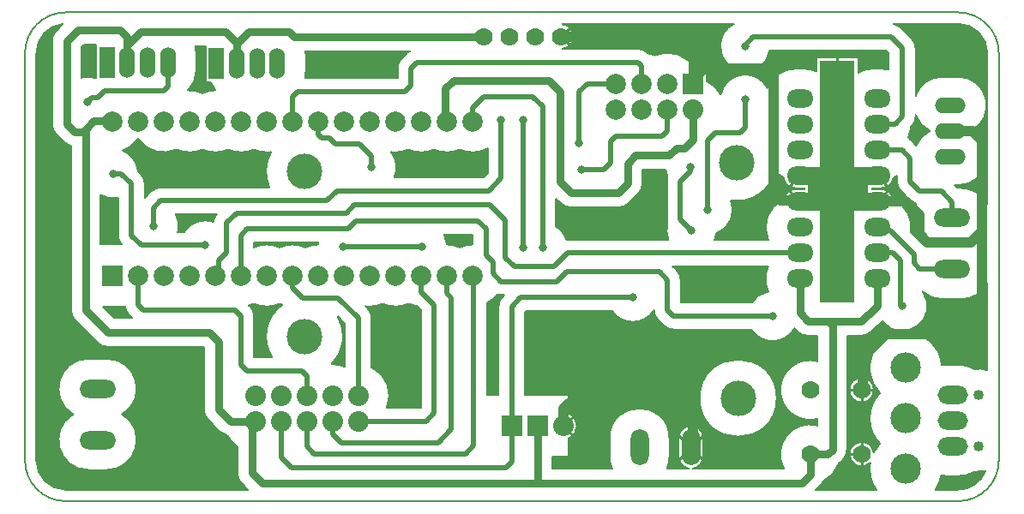
<source format=gbr>
G04 DesignSpark PCB Gerber Version 12.0 Build 5942*
%FSLAX35Y35*%
%MOIN*%
%ADD79O,0.06000X0.12000*%
%ADD28O,0.07050X0.14101*%
%ADD78R,0.06000X0.12000*%
%ADD23R,0.13780X0.94488*%
%ADD80R,0.07874X0.07874*%
%ADD10C,0.00500*%
%ADD19C,0.01000*%
%ADD20C,0.02000*%
%ADD71C,0.03000*%
%ADD21C,0.03150*%
%ADD70C,0.04000*%
%ADD73O,0.12000X0.06000*%
%ADD75O,0.14101X0.07050*%
%ADD26O,0.10400X0.07087*%
%ADD77O,0.11811X0.07087*%
%ADD22O,0.11811X0.11811*%
%ADD74C,0.07000*%
%ADD99C,0.07087*%
%ADD72C,0.07874*%
%ADD27C,0.08000*%
%ADD24C,0.13780*%
%ADD29R,0.07874X0.07874*%
%ADD76R,0.08000X0.08000*%
%ADD25R,0.23622X0.15748*%
X0Y0D02*
D02*
D10*
X26734Y205211D02*
Y46549D01*
G75*
G03*
X38045Y35238I11311J0D01*
G01*
X108952D01*
X106487Y37702D01*
G75*
G02*
X104799Y41746I3999J4044D01*
G01*
Y52006D01*
G75*
G02*
X100980Y56367I6947J9936D01*
G01*
G75*
G02*
X98057Y57944I1120J5576D01*
G01*
X93495Y62506D01*
G75*
G02*
X91807Y66549I3999J4044D01*
G01*
Y90572D01*
X91595Y90783D01*
X54581D01*
G75*
G02*
X50537Y92472I0J5687D01*
G01*
X41920Y101088D01*
G75*
G02*
X40232Y105132I3999J4044D01*
G01*
Y168900D01*
G75*
G02*
X37545Y170424I1356J5523D01*
G01*
X34440Y173529D01*
G75*
G02*
X32752Y177573I3999J4044D01*
G01*
Y209856D01*
G75*
G02*
X34440Y213900I5687J0D01*
G01*
X37015Y216475D01*
G75*
G03*
X26734Y205211I1030J-11264D01*
G01*
X41006Y64581D02*
G75*
G02*
X46982Y86230I5976J10000D01*
G01*
X54030D01*
G75*
G02*
X60006Y64581I0J-11650D01*
G01*
G75*
G02*
X54030Y42931I-5976J-10000D01*
G01*
X46982D01*
G75*
G02*
X41006Y64581I0J11650D01*
G01*
X26984D02*
G36*
X26984Y64581D02*
Y44185D01*
G75*
G03*
X35681Y35488I11061J2365D01*
G01*
X108702D01*
X106487Y37702D01*
G75*
G02*
X104799Y41746I3999J4044D01*
G01*
Y52006D01*
G75*
G02*
X100980Y56367I6944J9933D01*
G01*
G75*
G02*
X98057Y57944I1119J5574D01*
G01*
X93495Y62506D01*
G75*
G02*
X92159Y64581I3999J4044D01*
G01*
X60006D01*
G75*
G02*
X65679Y54581I-5976J-10000D01*
G01*
G75*
G02*
X54030Y42931I-11650J0D01*
G01*
X46982D01*
G75*
G02*
X35333Y54581I0J11650D01*
G01*
G75*
G02*
X41006Y64581I11650J0D01*
G01*
X26984D01*
G37*
Y207576D02*
G36*
X26984Y207576D02*
Y64581D01*
X41006D01*
G75*
G02*
X35333Y74581I5976J10000D01*
G01*
G75*
G02*
X46982Y86230I11650J0D01*
G01*
X54030D01*
G75*
G02*
X65679Y74581I0J-11650D01*
G01*
G75*
G02*
X60006Y64581I-11650J0D01*
G01*
X92159D01*
G75*
G02*
X91807Y66549I5335J1969D01*
G01*
Y90572D01*
X91595Y90783D01*
X54581D01*
G75*
G02*
X50537Y92472I0J5687D01*
G01*
X41920Y101088D01*
G75*
G02*
X40232Y105132I3999J4044D01*
G01*
Y168900D01*
G75*
G02*
X37545Y170424I1356J5522D01*
G01*
X34440Y173529D01*
G75*
G02*
X32752Y177573I3999J4044D01*
G01*
Y209856D01*
G75*
G02*
X34440Y213900I5687J0D01*
G01*
X36765Y216225D01*
X35470D01*
G75*
G03*
X26984Y207576I2575J-11015D01*
G01*
G37*
X38045Y220959D02*
X385014D01*
G75*
G02*
X400762Y205211I0J-15748D01*
G01*
Y46549D01*
G75*
G02*
X385014Y30801I-15748J0D01*
G01*
X38045D01*
G75*
G02*
X22297Y46549I0J15748D01*
G01*
Y205211D01*
G75*
G02*
X38045Y220959I15748J0D01*
G01*
X44126Y207501D02*
Y195583D01*
G75*
G02*
X49937Y195379I2580J-9349D01*
G01*
Y208500D01*
X45125D01*
X44126Y207501D01*
G36*
X44126Y207501D02*
Y195583D01*
G75*
G02*
X49937Y195379I2580J-9349D01*
G01*
Y208500D01*
X45125D01*
X44126Y207501D01*
G37*
X51606Y149937D02*
Y130648D01*
X59919D01*
G75*
G02*
X58449Y134266I3717J3618D01*
G01*
Y148770D01*
G75*
G02*
X51606Y149937I-1900J9511D01*
G01*
G36*
X51606Y149937D02*
Y130648D01*
X59919D01*
G75*
G02*
X58449Y134266I3717J3618D01*
G01*
Y148770D01*
G75*
G02*
X51606Y149937I-1900J9511D01*
G01*
G37*
X52568Y106526D02*
X56936Y102157D01*
X63999D01*
X62600Y103557D01*
G75*
G02*
X61128Y106526I3668J3668D01*
G01*
X52568D01*
G36*
X52568Y106526D02*
X56936Y102157D01*
X63999D01*
X62600Y103557D01*
G75*
G02*
X61128Y106526I3668J3668D01*
G01*
X52568D01*
G37*
X60307Y167223D02*
G75*
G02*
X66213Y159102I-3758J-8942D01*
G01*
X67284Y158032D01*
G75*
G02*
X68823Y154344I-3648J-3687D01*
G01*
Y148757D01*
X71385Y151320D01*
G75*
G02*
X75124Y152839I3668J-3668D01*
G01*
X117298D01*
G75*
G02*
X118000Y166651I13660J6230D01*
G01*
G75*
G02*
X116267Y166526I-1733J11934D01*
G01*
G75*
G02*
X111267Y167611I0J12061D01*
G01*
G75*
G02*
X101267I-5000J10976D01*
G01*
G75*
G02*
X91267I-5000J10976D01*
G01*
G75*
G02*
X81267I-5000J10976D01*
G01*
G75*
G02*
X66267Y171844I-5000J10976D01*
G01*
G75*
G02*
X60307Y167223I-10000J6743D01*
G01*
G36*
X60307Y167223D02*
G75*
G02*
X66213Y159102I-3758J-8942D01*
G01*
X67284Y158032D01*
G75*
G02*
X68823Y154344I-3648J-3687D01*
G01*
Y148757D01*
X71385Y151320D01*
G75*
G02*
X75124Y152839I3668J-3668D01*
G01*
X117298D01*
G75*
G02*
X118000Y166651I13660J6230D01*
G01*
G75*
G02*
X116267Y166526I-1733J11934D01*
G01*
G75*
G02*
X111267Y167611I0J12061D01*
G01*
G75*
G02*
X101267I-5000J10976D01*
G01*
G75*
G02*
X91267I-5000J10976D01*
G01*
G75*
G02*
X81267I-5000J10976D01*
G01*
G75*
G02*
X66267Y171844I-5000J10976D01*
G01*
G75*
G02*
X60307Y167223I-10000J6743D01*
G01*
G37*
X80806Y142465D02*
G75*
G02*
X81996Y137809I-8509J-4656D01*
G01*
G75*
G02*
X81721Y135516I-9699J1D01*
G01*
X84181D01*
G75*
G02*
X95483Y139516I8195J-5187D01*
G01*
G75*
G02*
X96792Y142465I5160J-526D01*
G01*
X80806D01*
G36*
X80806Y142465D02*
G75*
G02*
X81996Y137809I-8509J-4656D01*
G01*
G75*
G02*
X81721Y135516I-9699J1D01*
G01*
X84181D01*
G75*
G02*
X95483Y139516I8195J-5187D01*
G01*
G75*
G02*
X96792Y142465I5160J-526D01*
G01*
X80806D01*
G37*
X85580Y190628D02*
G75*
G02*
X91267Y189563I688J-12041D01*
G01*
G75*
G02*
X96267Y190648I5000J-10976D01*
G01*
G75*
G02*
X96409Y190647I4J-12049D01*
G01*
G75*
G02*
X94300Y193945I8172J7548D01*
G01*
X92457D01*
Y207713D01*
X88485D01*
G75*
G02*
X88933Y204589I-10676J-3124D01*
G01*
Y198589D01*
G75*
G02*
X85580Y190628I-11124J0D01*
G01*
G36*
X85580Y190628D02*
G75*
G02*
X91267Y189563I688J-12041D01*
G01*
G75*
G02*
X96267Y190648I5000J-10976D01*
G01*
G75*
G02*
X96409Y190647I4J-12049D01*
G01*
G75*
G02*
X94300Y193945I8172J7548D01*
G01*
X92457D01*
Y207713D01*
X88485D01*
G75*
G02*
X88933Y204589I-10676J-3124D01*
G01*
Y198589D01*
G75*
G02*
X85580Y190628I-11124J0D01*
G01*
G37*
X109337Y106923D02*
X109804Y106457D01*
G75*
G02*
X111343Y102770I-3648J-3687D01*
G01*
Y86697D01*
X118381D01*
G75*
G02*
X122334Y107185I12577J8199D01*
G01*
G75*
G02*
X121267Y107611I3929J11400D01*
G01*
G75*
G02*
X111267I-5000J10976D01*
G01*
G75*
G02*
X109337Y106923I-4999J10976D01*
G01*
G36*
X109337Y106923D02*
X109804Y106457D01*
G75*
G02*
X111343Y102770I-3648J-3687D01*
G01*
Y86697D01*
X118381D01*
G75*
G02*
X122334Y107185I12577J8199D01*
G01*
G75*
G02*
X121267Y107611I3929J11400D01*
G01*
G75*
G02*
X111267I-5000J10976D01*
G01*
G75*
G02*
X109337Y106923I-4999J10976D01*
G01*
G37*
X111343Y131441D02*
Y129597D01*
G75*
G02*
X121267Y129563I4925J-11009D01*
G01*
G75*
G02*
X131267I5000J-10976D01*
G01*
G75*
G02*
X136247Y130648I5000J-10976D01*
G01*
G75*
G02*
X136338Y131441I9672J-712D01*
G01*
X111343D01*
G36*
X111343Y131441D02*
Y129597D01*
G75*
G02*
X121267Y129563I4925J-11009D01*
G01*
G75*
G02*
X131267I5000J-10976D01*
G01*
G75*
G02*
X136247Y130648I5000J-10976D01*
G01*
G75*
G02*
X136338Y131441I9672J-712D01*
G01*
X111343D01*
G37*
X131085Y195358D02*
X167110D01*
Y199226D01*
G75*
G02*
X168649Y202914I5187J0D01*
G01*
X170972Y205237D01*
G75*
G02*
X171807Y205921I3688J-3648D01*
G01*
X131318D01*
G75*
G02*
X131453Y204195I-10989J-1726D01*
G01*
Y198195D01*
G75*
G02*
X131085Y195358I-11124J0D01*
G01*
G36*
X131085Y195358D02*
X167110D01*
Y199226D01*
G75*
G02*
X168649Y202914I5187J0D01*
G01*
X170972Y205237D01*
G75*
G02*
X171807Y205921I3688J-3648D01*
G01*
X131318D01*
G75*
G02*
X131453Y204195I-10989J-1726D01*
G01*
Y198195D01*
G75*
G02*
X131085Y195358I-11124J0D01*
G01*
G37*
X141352Y84061D02*
G75*
G02*
X146638Y83036I394J-12118D01*
G01*
Y99834D01*
X143805Y102667D01*
G75*
G02*
X141352Y84061I-12846J-7771D01*
G01*
G36*
X141352Y84061D02*
G75*
G02*
X146638Y83036I394J-12118D01*
G01*
Y99834D01*
X143805Y102667D01*
G75*
G02*
X141352Y84061I-12846J-7771D01*
G01*
G37*
X154484Y106659D02*
X155473Y105670D01*
G75*
G02*
X157012Y101982I-3648J-3687D01*
G01*
Y82864D01*
G75*
G02*
X162874Y67130I-5266J-10921D01*
G01*
X176165D01*
Y104952D01*
X174454Y106663D01*
G75*
G02*
X171267Y107611I1813J11924D01*
G01*
G75*
G02*
X161267I-5000J10976D01*
G01*
G75*
G02*
X156267Y106526I-5000J10976D01*
G01*
G75*
G02*
X154484Y106659I1J12062D01*
G01*
G36*
X154484Y106659D02*
X155473Y105670D01*
G75*
G02*
X157012Y101982I-3648J-3687D01*
G01*
Y82864D01*
G75*
G02*
X162874Y67130I-5266J-10921D01*
G01*
X176165D01*
Y104952D01*
X174454Y106663D01*
G75*
G02*
X171267Y107611I1813J11924D01*
G01*
G75*
G02*
X161267I-5000J10976D01*
G01*
G75*
G02*
X156267Y106526I-5000J10976D01*
G01*
G75*
G02*
X154484Y106659I1J12062D01*
G01*
G37*
X164560Y166647D02*
G75*
G02*
X165837Y156776I-7618J-6004D01*
G01*
X200464D01*
X202150Y158461D01*
Y168057D01*
G75*
G02*
X191267Y167611I-5882J10530D01*
G01*
G75*
G02*
X181267I-5000J10976D01*
G01*
G75*
G02*
X171267I-5000J10976D01*
G01*
G75*
G02*
X166267Y166526I-5000J10976D01*
G01*
G75*
G02*
X164560Y166647I-1J12061D01*
G01*
G36*
X164560Y166647D02*
G75*
G02*
X165837Y156776I-7618J-6004D01*
G01*
X200464D01*
X202150Y158461D01*
Y168057D01*
G75*
G02*
X191267Y167611I-5882J10530D01*
G01*
G75*
G02*
X181267I-5000J10976D01*
G01*
G75*
G02*
X171267I-5000J10976D01*
G01*
G75*
G02*
X166267Y166526I-5000J10976D01*
G01*
G75*
G02*
X164560Y166647I-1J12061D01*
G01*
G37*
X185136Y134591D02*
G75*
G02*
X186300Y130648I-8508J-4656D01*
G01*
G75*
G02*
X191267Y129563I-33J-12061D01*
G01*
G75*
G02*
X196244Y130648I5000J-10976D01*
G01*
Y134480D01*
X196133Y134591D01*
X185136D01*
G36*
X185136Y134591D02*
G75*
G02*
X186300Y130648I-8508J-4656D01*
G01*
G75*
G02*
X191267Y129563I-33J-12061D01*
G01*
G75*
G02*
X196244Y130648I5000J-10976D01*
G01*
Y134480D01*
X196133Y134591D01*
X185136D01*
G37*
X201894Y107919D02*
Y72114D01*
X206362D01*
Y106589D01*
G75*
G02*
X207901Y110276I5187J0D01*
G01*
X208594Y110969D01*
X207337D01*
G75*
G02*
X205802Y111201I0J5187D01*
G01*
G75*
G02*
X201894Y107919I-9535J7386D01*
G01*
G36*
X201894Y107919D02*
Y72114D01*
X206362D01*
Y106589D01*
G75*
G02*
X207901Y110276I5187J0D01*
G01*
X208594Y110969D01*
X207337D01*
G75*
G02*
X205802Y111201I0J5187D01*
G01*
G75*
G02*
X201894Y107919I-9535J7386D01*
G01*
G37*
X216736Y104440D02*
Y72114D01*
X233610D01*
Y64881D01*
G75*
G02*
Y55225I-2061J-4828D01*
G01*
Y47992D01*
X227236D01*
Y43496D01*
X250460D01*
G75*
G02*
X249467Y48203I10656J4707D01*
G01*
Y55250D01*
G75*
G02*
X272766I11650J0D01*
G01*
Y48203D01*
G75*
G02*
X271772Y43496I-11650J0D01*
G01*
X280308D01*
G75*
G02*
X276341Y48203I808J4707D01*
G01*
Y55250D01*
G75*
G02*
X285892I4776J0D01*
G01*
Y48203D01*
G75*
G02*
X281924Y43496I-4776J0D01*
G01*
X317232D01*
G75*
G02*
X330390Y60277I10222J5533D01*
G01*
Y62782D01*
G75*
G02*
X315831Y74030I-2935J11247D01*
G01*
G75*
G02*
X330390Y85277I11624J0D01*
G01*
Y95114D01*
X326589D01*
G75*
G02*
X322545Y96802I0J5687D01*
G01*
X321313Y98035D01*
G75*
G02*
X304653Y97583I-8464J4735D01*
G01*
X274266D01*
G75*
G02*
X270578Y99122I0J5187D01*
G01*
X268256Y101444D01*
G75*
G02*
X266717Y105069I3648J3687D01*
G01*
G75*
G02*
X250450Y104866I-8199J5181D01*
G01*
X217162D01*
X216736Y104440D01*
X284449Y70880D02*
G75*
G02*
X314476I15014J0D01*
G01*
G75*
G02*
X284449I-15014J0D01*
G01*
X227236Y47992D02*
G36*
X227236Y47992D02*
Y43746D01*
X250353D01*
G75*
G02*
X249467Y48203I10769J4458D01*
G01*
Y55250D01*
G75*
G02*
X272766I11650J0D01*
G01*
Y48203D01*
G75*
G02*
X271880Y43746I-11655J1D01*
G01*
X279400D01*
G75*
G02*
X276341Y48202I1716J4456D01*
G01*
Y48203D01*
Y55250D01*
G75*
G02*
X285892I4776J0D01*
G01*
Y48203D01*
Y48202D01*
G75*
G02*
X282832Y43746I-4775J0D01*
G01*
X317101D01*
G75*
G02*
X315831Y49030I10354J5283D01*
G01*
G75*
G02*
X330140Y60339I11624J0D01*
G01*
Y62720D01*
G75*
G02*
X316265Y70880I-2685J11309D01*
G01*
X314476D01*
G75*
G02*
X284449I-15014J0D01*
G01*
X233610D01*
Y64881D01*
G75*
G02*
X236799Y60053I-2061J-4828D01*
G01*
G75*
G02*
X233610Y55225I-5250J0D01*
G01*
Y47992D01*
X227236D01*
G37*
X216986Y104690D02*
G36*
X216986Y104690D02*
Y72114D01*
X233610D01*
Y70880D01*
X284449D01*
G75*
G02*
X314476I15014J0D01*
G01*
X316265D01*
G75*
G02*
X315831Y74030I11189J3149D01*
G01*
G75*
G02*
X330140Y85339I11624J0D01*
G01*
Y95114D01*
X326589D01*
G75*
G02*
X322545Y96802I0J5687D01*
G01*
X321313Y98035D01*
G75*
G02*
X304653Y97583I-8464J4735D01*
G01*
X274266D01*
G75*
G02*
X270578Y99122I2J5190D01*
G01*
X268256Y101444D01*
G75*
G02*
X266726Y104819I3646J3687D01*
G01*
X266554D01*
G75*
G02*
X250482I-8036J5431D01*
G01*
X217115D01*
X216986Y104690D01*
G37*
X228665Y148595D02*
Y137737D01*
G75*
G02*
X232700Y132546I-5187J-8195D01*
G01*
G75*
G02*
X233124Y132563I424J-5172D01*
G01*
X272375D01*
G75*
G02*
X272066Y139033I8976J3671D01*
G01*
G75*
G02*
X271835Y140565I4956J1532D01*
G01*
Y155132D01*
G75*
G02*
X272085Y156726I5187J0D01*
G01*
G75*
G02*
X271307Y159681I8874J3917D01*
G01*
X262236D01*
Y154344D01*
G75*
G02*
X260548Y150301I-5687J0D01*
G01*
X257050Y146802D01*
G75*
G02*
X253006Y145114I-4044J3999D01*
G01*
X234502D01*
G75*
G02*
X230458Y146802I0J5687D01*
G01*
X228665Y148595D01*
G36*
X228665Y148595D02*
Y137737D01*
G75*
G02*
X232700Y132546I-5187J-8195D01*
G01*
G75*
G02*
X233124Y132563I424J-5172D01*
G01*
X272375D01*
G75*
G02*
X272066Y139033I8976J3671D01*
G01*
G75*
G02*
X271835Y140565I4956J1532D01*
G01*
Y155132D01*
G75*
G02*
X272085Y156726I5187J0D01*
G01*
G75*
G02*
X271307Y159681I8874J3917D01*
G01*
X262236D01*
Y154344D01*
G75*
G02*
X260548Y150301I-5687J0D01*
G01*
X257050Y146802D01*
G75*
G02*
X253006Y145114I-4044J3999D01*
G01*
X234502D01*
G75*
G02*
X230458Y146802I0J5687D01*
G01*
X228665Y148595D01*
G37*
X231218Y216522D02*
G75*
G02*
X231311Y216317I-10541J-4919D01*
G01*
G75*
G02*
Y206900I-628J-4708D01*
G01*
G75*
G02*
X231255Y206776I-10635J4738D01*
G01*
X260486D01*
G75*
G02*
X264174Y205237I0J-5187D01*
G01*
X264309Y205101D01*
G75*
G02*
X267017Y204235I-2292J-11842D01*
G01*
G75*
G02*
X282876Y198510I5000J-10976D01*
G01*
X287266D01*
Y194189D01*
G75*
G02*
X292716Y188963I-5248J-10930D01*
G01*
G75*
G02*
X310848Y191448I9502J-1942D01*
G01*
G75*
G02*
X321781Y199043I10933J-4072D01*
G01*
X325096D01*
G75*
G02*
X329906Y198006I0J-11667D01*
G01*
Y203508D01*
X346185D01*
Y197613D01*
G75*
G02*
X351781Y199043I5597J-10238D01*
G01*
X355096D01*
G75*
G02*
X358055Y198662I0J-11667D01*
G01*
Y204952D01*
X356763Y206244D01*
X311777D01*
G75*
G02*
X292520Y207888I-9559J1644D01*
G01*
G75*
G02*
X297800Y216522I9699J0D01*
G01*
X231218D01*
G36*
X231218Y216522D02*
G75*
G02*
X231311Y216317I-10541J-4919D01*
G01*
G75*
G02*
Y206900I-628J-4708D01*
G01*
G75*
G02*
X231255Y206776I-10635J4738D01*
G01*
X260486D01*
G75*
G02*
X264174Y205237I0J-5187D01*
G01*
X264309Y205101D01*
G75*
G02*
X267017Y204235I-2292J-11842D01*
G01*
G75*
G02*
X282876Y198510I5000J-10976D01*
G01*
X287266D01*
Y194189D01*
G75*
G02*
X292716Y188963I-5248J-10930D01*
G01*
G75*
G02*
X310848Y191448I9502J-1942D01*
G01*
G75*
G02*
X321781Y199043I10933J-4072D01*
G01*
X325096D01*
G75*
G02*
X329906Y198006I0J-11667D01*
G01*
Y203508D01*
X346185D01*
Y197613D01*
G75*
G02*
X351781Y199043I5597J-10238D01*
G01*
X355096D01*
G75*
G02*
X358055Y198662I0J-11667D01*
G01*
Y204952D01*
X356763Y206244D01*
X311777D01*
G75*
G02*
X292520Y207888I-9559J1644D01*
G01*
G75*
G02*
X297800Y216522I9699J0D01*
G01*
X231218D01*
G37*
X273993Y122189D02*
X275552Y120630D01*
G75*
G02*
X277091Y116943I-3648J-3687D01*
G01*
Y107957D01*
X304653D01*
G75*
G02*
X311258Y112337I8195J-5187D01*
G01*
G75*
G02*
X311153Y122189I10522J5039D01*
G01*
X273993D01*
G36*
X273993Y122189D02*
X275552Y120630D01*
G75*
G02*
X277091Y116943I-3648J-3687D01*
G01*
Y107957D01*
X304653D01*
G75*
G02*
X311258Y112337I8195J-5187D01*
G01*
G75*
G02*
X311153Y122189I10522J5039D01*
G01*
X273993D01*
G37*
X290330Y132563D02*
X311153D01*
G75*
G02*
X317033Y148033I10628J4813D01*
G01*
G75*
G02*
X321781Y152169I4748J-657D01*
G01*
X325096D01*
G75*
G02*
X325339Y152163I-4J-4793D01*
G01*
Y152589D01*
G75*
G02*
X325096Y152583I-246J4786D01*
G01*
X321781D01*
G75*
G02*
X317033Y156719I0J4793D01*
G01*
G75*
G02*
X313645Y159014I4748J10657D01*
G01*
G75*
G02*
X296620Y147799I-14576J3598D01*
G01*
G75*
G02*
X290972Y134995I-8969J-3691D01*
G01*
G75*
G02*
X290330Y132563I-9619J1239D01*
G01*
G36*
X290330Y132563D02*
X311153D01*
G75*
G02*
X317033Y148033I10628J4813D01*
G01*
G75*
G02*
X321781Y152169I4748J-657D01*
G01*
X325096D01*
G75*
G02*
X325339Y152163I-4J-4793D01*
G01*
Y152589D01*
G75*
G02*
X325096Y152583I-246J4786D01*
G01*
X321781D01*
G75*
G02*
X317033Y156719I0J4793D01*
G01*
G75*
G02*
X313645Y159014I4748J10657D01*
G01*
G75*
G02*
X296620Y147799I-14576J3598D01*
G01*
G75*
G02*
X290972Y134995I-8969J-3691D01*
G01*
G75*
G02*
X290330Y132563I-9619J1239D01*
G01*
G37*
X329737Y35238D02*
X353153D01*
G75*
G02*
X350784Y45641I11466J8082D01*
G01*
G75*
G02*
X342705Y49030I-3329J3388D01*
G01*
G75*
G02*
X352150Y49749I4750J0D01*
G01*
G75*
G02*
X354622Y53163I12469J-6428D01*
G01*
G75*
G02*
Y72848I9997J9843D01*
G01*
G75*
G02*
X364620Y96720I9998J9843D01*
G01*
G75*
G02*
X378611Y83734I0J-14030D01*
G01*
G75*
G02*
X380486Y83886I1875J-11517D01*
G01*
X385211D01*
G75*
G02*
X391231Y82213I0J-11667D01*
G01*
G75*
G02*
X396325Y81727I1617J-9994D01*
G01*
Y115606D01*
G75*
G02*
X385998Y109348I-10327J5392D01*
G01*
X378951D01*
G75*
G02*
X371102Y112390I0J11650D01*
G01*
G75*
G02*
X355543Y100808I-7859J-5683D01*
G01*
X354294Y99558D01*
G75*
G02*
X352833Y98491I-4044J3999D01*
G01*
X351122Y96780D01*
G75*
G02*
X347027Y95114I-4022J4022D01*
G01*
X341764D01*
Y50801D01*
G75*
G02*
X340076Y46757I-5687J0D01*
G01*
X338381Y45063D01*
G75*
G02*
X332619Y38615I-10926J3967D01*
G01*
G75*
G02*
X331454Y36954I-5164J2382D01*
G01*
X329737Y35238D01*
X342705Y74030D02*
G75*
G02*
X352205I4750J0D01*
G01*
G75*
G02*
X342705I-4750J0D01*
G01*
X331454Y36954D02*
G36*
X331454Y36954D02*
X329987Y35488D01*
X352981D01*
G75*
G02*
X350591Y43320I11637J7832D01*
G01*
G75*
G02*
X350784Y45641I14029J0D01*
G01*
G75*
G02*
X342705Y49030I-3329J3388D01*
G01*
G75*
G02*
X352150Y49749I4750J0D01*
G01*
G75*
G02*
X354622Y53163I12464J-6424D01*
G01*
G75*
G02*
X350590Y63006I9996J9843D01*
G01*
G75*
G02*
X354622Y72848I14029J0D01*
G01*
G75*
G02*
X353583Y74030I9999J9843D01*
G01*
X352205D01*
G75*
G02*
X342705I-4750J0D01*
G01*
X341764D01*
Y50801D01*
G75*
G02*
X340076Y46757I-5687J0D01*
G01*
X338381Y45063D01*
G75*
G02*
X332619Y38615I-10928J3968D01*
G01*
G75*
G02*
X331454Y36954I-5172J2389D01*
G01*
G37*
X341764Y95114D02*
G36*
X341764Y95114D02*
Y74030D01*
X342705D01*
G75*
G02*
X352205I4750J0D01*
G01*
X353583D01*
G75*
G02*
X350591Y82691I11037J8661D01*
G01*
G75*
G02*
X364620Y96720I14030J0D01*
G01*
G75*
G02*
X378611Y83734I0J-14029D01*
G01*
G75*
G02*
X380486Y83886I1872J-11478D01*
G01*
X385211D01*
G75*
G02*
X391231Y82213I1J-11665D01*
G01*
G75*
G02*
X396075Y81815I1617J-9993D01*
G01*
Y115152D01*
G75*
G02*
X385998Y109348I-10077J5846D01*
G01*
X378951D01*
G75*
G02*
X371102Y112390I1J11652D01*
G01*
G75*
G02*
X372941Y106707I-7860J-5683D01*
G01*
G75*
G02*
X355543Y100808I-9699J0D01*
G01*
X354294Y99558D01*
G75*
G02*
X352833Y98491I-4046J4002D01*
G01*
X351122Y96780D01*
G75*
G02*
X347027Y95114I-4022J4022D01*
G01*
X341764D01*
G37*
X351461Y152593D02*
Y152159D01*
G75*
G02*
X351781Y152169I319J-4783D01*
G01*
X355096D01*
G75*
G02*
X359844Y148033I0J-4793D01*
G01*
G75*
G02*
X366580Y135311I-4748J-10657D01*
G01*
X371418Y130473D01*
G75*
G02*
X371728Y130138I-3648J-3689D01*
G01*
G75*
G02*
X372975Y130998I7222J-9141D01*
G01*
G75*
G02*
X368709Y146549I5976J10000D01*
G01*
G75*
G02*
X366248Y147941I1226J5041D01*
G01*
X362744Y151444D01*
G75*
G02*
X361205Y155132I3648J3687D01*
G01*
Y157435D01*
G75*
G02*
X359844Y156719I-6109J9941D01*
G01*
G75*
G02*
X355096Y152583I-4748J657D01*
G01*
X351781D01*
G75*
G02*
X351461Y152593I-2J4794D01*
G01*
G36*
X351461Y152593D02*
Y152159D01*
G75*
G02*
X351781Y152169I319J-4783D01*
G01*
X355096D01*
G75*
G02*
X359844Y148033I0J-4793D01*
G01*
G75*
G02*
X366580Y135311I-4748J-10657D01*
G01*
X371418Y130473D01*
G75*
G02*
X371728Y130138I-3648J-3689D01*
G01*
G75*
G02*
X372975Y130998I7222J-9141D01*
G01*
G75*
G02*
X368709Y146549I5976J10000D01*
G01*
G75*
G02*
X366248Y147941I1226J5041D01*
G01*
X362744Y151444D01*
G75*
G02*
X361205Y155132I3648J3687D01*
G01*
Y157435D01*
G75*
G02*
X359844Y156719I-6109J9941D01*
G01*
G75*
G02*
X355096Y152583I-4748J657D01*
G01*
X351781D01*
G75*
G02*
X351461Y152593I-2J4794D01*
G01*
G37*
X359907Y216522D02*
G75*
G02*
X362599Y215079I-996J-5091D01*
G01*
X366890Y210788D01*
G75*
G02*
X368429Y207100I-3648J-3687D01*
G01*
Y188563D01*
G75*
G02*
X378904Y195941I10474J-3746D01*
G01*
X384904D01*
G75*
G02*
X389776Y174817I0J-11124D01*
G01*
G75*
G02*
X384904Y153693I-4873J-10000D01*
G01*
X383720D01*
X384671Y152648D01*
X385998D01*
G75*
G02*
X396325Y146390I0J-11650D01*
G01*
Y205211D01*
G75*
G03*
X385014Y216522I-11311J0D01*
G01*
X359907D01*
G36*
X359907Y216522D02*
G75*
G02*
X362599Y215079I-996J-5091D01*
G01*
X366890Y210788D01*
G75*
G02*
X368429Y207100I-3648J-3687D01*
G01*
Y188563D01*
G75*
G02*
X378904Y195941I10474J-3746D01*
G01*
X384904D01*
G75*
G02*
X389776Y174817I0J-11124D01*
G01*
G75*
G02*
X384904Y153693I-4873J-10000D01*
G01*
X383720D01*
X384671Y152648D01*
X385998D01*
G75*
G02*
X396325Y146390I0J-11650D01*
G01*
Y205211D01*
G75*
G03*
X385014Y216522I-11311J0D01*
G01*
X359907D01*
G37*
X365638Y172376D02*
G75*
G02*
X365887Y171815I-10538J-5002D01*
G01*
G75*
G02*
X366890Y171024I-2685J-4439D01*
G01*
X368690Y169224D01*
G75*
G02*
X374031Y174817I10213J-4407D01*
G01*
G75*
G02*
X368429Y181071I4873J10000D01*
G01*
Y180400D01*
G75*
G02*
X368430Y180329I-5192J-64D01*
G01*
G75*
G02*
X366910Y176661I-5187J0D01*
G01*
X366729Y176480D01*
G75*
G02*
X365638Y172376I-11632J896D01*
G01*
G36*
X365638Y172376D02*
G75*
G02*
X365887Y171815I-10538J-5002D01*
G01*
G75*
G02*
X366890Y171024I-2685J-4439D01*
G01*
X368690Y169224D01*
G75*
G02*
X374031Y174817I10213J-4407D01*
G01*
G75*
G02*
X368429Y181071I4873J10000D01*
G01*
Y180400D01*
G75*
G02*
X368430Y180329I-5192J-64D01*
G01*
G75*
G02*
X366910Y176661I-5187J0D01*
G01*
X366729Y176480D01*
G75*
G02*
X365638Y172376I-11632J896D01*
G01*
G37*
X376087Y35238D02*
X385014D01*
G75*
G03*
X395562Y42465I0J11311D01*
G01*
G75*
G02*
X391231Y42224I-2714J9754D01*
G01*
G75*
G02*
X385211Y40551I-6020J9994D01*
G01*
X380486D01*
G75*
G02*
X378410Y40737I0J11668D01*
G01*
G75*
G02*
X376087Y35238I-13789J2583D01*
G01*
G36*
X376087Y35238D02*
X385014D01*
G75*
G03*
X395562Y42465I0J11311D01*
G01*
G75*
G02*
X391231Y42224I-2714J9754D01*
G01*
G75*
G02*
X385211Y40551I-6020J9994D01*
G01*
X380486D01*
G75*
G02*
X378410Y40737I0J11668D01*
G01*
G75*
G02*
X376087Y35238I-13789J2583D01*
G01*
G37*
D02*
D19*
X232804Y209487D02*
X234219Y208073D01*
X232804Y213730D02*
X234219Y215144D01*
X234024Y57578D02*
X235438Y56164D01*
X234024Y62528D02*
X235438Y63942D01*
X277944Y48555D02*
X276270Y46880D01*
X277944Y54898D02*
X276270Y56573D01*
X284288Y48555D02*
X285963Y46880D01*
X284288Y54898D02*
X285963Y56573D01*
X285664Y196906D02*
X287516Y198758D01*
X320600Y150215D02*
X319142Y151673D01*
X320600Y154537D02*
X319142Y153079D01*
X338045Y201758D02*
Y203758D01*
X344455Y49030D02*
X342455D01*
X344455Y74030D02*
X342455D01*
X347455Y46030D02*
Y44030D01*
Y52030D02*
Y54030D01*
Y71030D02*
Y69030D01*
Y77030D02*
Y79030D01*
X350455Y74030D02*
X352455D01*
X356278Y150215D02*
X357736Y151673D01*
X356278Y154537D02*
X357736Y153079D01*
D02*
D70*
X230683Y211608D02*
X278419D01*
X282140Y207888D01*
Y193382D01*
X282017Y193259D01*
X231549Y60053D02*
Y66746D01*
X236077Y71274D01*
X277612D01*
X281746Y67140D01*
Y52356D01*
X281116Y51726D01*
X282017Y193259D02*
Y195561D01*
X285683Y199226D01*
X310486D01*
X313242Y196470D01*
Y150407D01*
X315998Y147652D01*
X323163D01*
X323439Y147376D01*
X347455Y74030D02*
X347888D01*
Y86628D01*
X356943Y95683D01*
X388833D01*
X394148Y100998D01*
Y136234D01*
X353439Y147376D02*
X364502D01*
X369738Y142140D01*
Y134659D01*
X372888Y131510D01*
X390014D01*
X394148Y135644D01*
Y136234D01*
X392848Y52219D03*
Y72219D03*
X394148Y136234D02*
Y171274D01*
X390604Y174817D01*
X381904D01*
D02*
D71*
X45919Y175604D02*
X49069Y178754D01*
X56100D01*
X56267Y178587D01*
X62061Y201589D02*
Y208281D01*
X67179Y213400D01*
X100250D01*
X104187Y209463D01*
X62061Y201589D02*
Y211431D01*
X59305Y214187D01*
X42770D01*
X38439Y209856D01*
Y177573D01*
X41589Y174423D01*
X44738D01*
X45919Y175604D01*
X104187Y209463D02*
X104581Y209069D01*
Y201195D01*
X111746Y61943D02*
X102100D01*
X97494Y66549D01*
Y92927D01*
X93951Y96470D01*
X54581D01*
X45919Y105132D01*
Y175604D01*
X200683Y211608D02*
X126844D01*
X125053Y213400D01*
X109305D01*
X105368Y209463D01*
X104187D01*
X221549Y37809D02*
X114423D01*
X110486Y41746D01*
Y60683D01*
X111746Y61943D01*
X221549Y60053D02*
Y37809D01*
X282017Y183260D02*
Y171545D01*
X278596Y168124D01*
X275447D01*
X272691Y165368D01*
X259699D01*
X256549Y162219D01*
Y154344D01*
X253006Y150801D01*
X234502D01*
X230171Y155132D01*
Y190171D01*
X225841Y194502D01*
X188833D01*
X185683Y191352D01*
Y179171D01*
X186267Y178587D01*
X327455Y49030D02*
X334305D01*
X336077Y50801D01*
Y99226D01*
X334502Y100801D01*
X327455Y49030D02*
Y40998D01*
X324266Y37809D01*
X221549D01*
X334502Y100801D02*
X326589D01*
X323439Y103951D01*
Y117376D01*
X353439D02*
Y106746D01*
X350250Y103557D01*
X349856D01*
X347100Y100801D01*
X334502D01*
D02*
D20*
X56549Y158281D02*
X59699D01*
X63636Y154344D01*
Y134266D01*
X67573Y130329D01*
X92376D01*
X66267Y118587D02*
Y107225D01*
X68360Y105132D01*
X103793D01*
X106156Y102770D01*
Y83872D01*
X108518Y81510D01*
X129778D01*
X131746Y79541D01*
Y71943D01*
X77809Y201589D02*
Y192140D01*
X76234Y190565D01*
X53400D01*
X50644Y187809D01*
X48281D01*
X46707Y186234D01*
X121746Y61943D02*
Y47848D01*
X125880Y43715D01*
X209108D01*
X211549Y46156D01*
Y60053D01*
X126267Y178587D02*
Y188236D01*
X128203Y190171D01*
X169935D01*
X172297Y192533D01*
Y199226D01*
X174659Y201589D01*
X260486D01*
X262061Y200014D01*
Y193303D01*
X262017Y193259D01*
X131746Y61943D02*
Y51982D01*
X134502Y49226D01*
X193557D01*
X196707Y52376D01*
Y118148D01*
X196267Y118587D01*
X136267Y178587D02*
Y173445D01*
X137652Y172061D01*
X140407D01*
X142770Y169699D01*
X152219D01*
X156943Y164974D01*
Y160644D01*
X141746Y61943D02*
Y56943D01*
X145132Y53557D01*
X182927D01*
X188045Y58675D01*
Y109856D01*
X186267Y111634D01*
Y118587D01*
X151746Y61943D02*
X178321D01*
X181352Y64974D01*
Y107100D01*
X176267Y112185D01*
Y118587D01*
X151746Y71943D02*
Y77888D01*
X151825Y77967D01*
Y101982D01*
X143951Y109856D01*
X130171D01*
X126267Y113760D01*
Y118587D01*
X176628Y129935D02*
X145919D01*
X196267Y178587D02*
Y183826D01*
X200644Y188203D01*
X219708D01*
X223478Y184433D01*
Y129541D01*
X207337Y179148D02*
Y156313D01*
X202612Y151589D01*
X143557D01*
X139620Y147652D01*
X75053D01*
X72297Y144896D01*
Y137809D01*
X211549Y60053D02*
Y106589D01*
X215014Y110053D01*
X258321D01*
X258518Y110250D01*
X215998Y179148D02*
Y129541D01*
X238439Y159856D02*
X247100D01*
X249856Y162612D01*
Y170880D01*
X251825Y172848D01*
X269935D01*
X271904Y174817D01*
Y183146D01*
X272017Y183260D01*
X252017Y193259D02*
X240740D01*
X237652Y190171D01*
Y170093D01*
X280959Y160644D02*
Y159069D01*
X277022Y155132D01*
Y140565D01*
X281352Y136234D01*
X302219Y187022D02*
Y175998D01*
X300250Y174030D01*
X290407D01*
X287652Y171274D01*
Y144108D01*
X302219Y207888D02*
Y208281D01*
X305368Y211431D01*
X358911D01*
X363242Y207100D01*
Y180329D01*
X360486Y177573D01*
X353636D01*
X353439Y177376D01*
X312848Y102770D02*
X274266D01*
X271904Y105132D01*
Y116943D01*
X268754Y120093D01*
X232927D01*
X228990Y116156D01*
X207337D01*
X204187Y119305D01*
Y123636D01*
X201431Y126392D01*
Y136628D01*
X198281Y139778D01*
X151037D01*
X147888Y136628D01*
X108518D01*
X106156Y134266D01*
Y118699D01*
X106267Y118587D01*
X323439Y127376D02*
X233124D01*
X227809Y122061D01*
X212455D01*
X208911Y125604D01*
Y140171D01*
X203006Y146077D01*
X150250D01*
X147100Y142927D01*
X104581D01*
X100644Y138990D01*
Y127573D01*
X97494Y124423D01*
Y119814D01*
X96267Y118587D01*
X353439Y127376D02*
X359502D01*
X362455Y124423D01*
Y107100D01*
X362848Y106707D01*
X363242D01*
X353439Y137376D02*
Y136037D01*
X358518D01*
X367770Y126785D01*
Y123439D01*
X369974Y121234D01*
X375801D01*
X375841Y121274D01*
X382199D01*
X382474Y120998D01*
X353439Y167376D02*
X363203D01*
X366392Y164187D01*
Y155132D01*
X369935Y151589D01*
X378596D01*
X382533Y147258D01*
Y141057D01*
X382474Y140998D01*
D02*
D21*
X46707Y186234D03*
X56549Y158281D03*
X72297Y137809D03*
X92376Y130329D03*
X145919Y129935D03*
X156943Y160644D03*
X176628Y129935D03*
X207337Y179148D03*
X215998Y129541D03*
Y179148D03*
X223478Y129541D03*
X237652Y170093D03*
X238439Y159856D03*
X258518Y110250D03*
X280959Y160644D03*
X281352Y136234D03*
X287652Y144108D03*
X302219Y187022D03*
Y207888D03*
X312848Y102770D03*
X363242Y106707D03*
D02*
D22*
X364620Y43321D03*
Y63006D03*
Y82691D03*
D02*
D23*
X338045Y155014D03*
D02*
D24*
X130959Y94896D03*
Y159069D03*
X299069Y162612D03*
X299463Y70880D03*
D02*
D25*
X338400Y151785D03*
D02*
D26*
X323439Y117376D03*
Y127376D03*
Y137376D03*
Y147376D03*
Y157376D03*
Y167376D03*
Y177376D03*
Y187376D03*
X353439Y117376D03*
Y127376D03*
Y137376D03*
Y147376D03*
Y157376D03*
Y167376D03*
Y177376D03*
Y187376D03*
D02*
D27*
X111746Y61943D03*
Y71943D03*
X121746Y61943D03*
Y71943D03*
X131746Y61943D03*
Y71943D03*
X141746Y61943D03*
Y71943D03*
X151746Y61943D03*
Y71943D03*
X231549Y60053D03*
X282017Y183260D03*
D02*
D28*
X261116Y51726D03*
X281116D03*
D02*
D29*
X56267Y118587D03*
D02*
D72*
Y178587D03*
X66267Y118587D03*
Y178587D03*
X76267Y118587D03*
Y178587D03*
X86267Y118587D03*
Y178587D03*
X96267Y118587D03*
Y178587D03*
X106267Y118587D03*
Y178587D03*
X116267Y118587D03*
Y178587D03*
X126267Y118587D03*
Y178587D03*
X136267Y118587D03*
Y178587D03*
X146267Y118587D03*
Y178587D03*
X156267Y118587D03*
Y178587D03*
X166267Y118587D03*
Y178587D03*
X176267Y118587D03*
Y178587D03*
X186267Y118587D03*
Y178587D03*
X196267Y118587D03*
Y178587D03*
X252017Y183260D03*
Y193259D03*
X262017Y183260D03*
Y193259D03*
X272017Y183260D03*
Y193259D03*
D02*
D73*
X381904Y164817D03*
Y174817D03*
Y184817D03*
D02*
D74*
X200683Y211608D03*
X210683D03*
X220683D03*
X230683D03*
X327455Y49030D03*
Y74030D03*
X347455Y49030D03*
Y74030D03*
D02*
D75*
X50506Y54581D03*
Y74581D03*
X382474Y120998D03*
Y140998D03*
D02*
D76*
X282017Y193259D03*
D02*
D77*
X382848Y52219D03*
Y62219D03*
Y72219D03*
D02*
D78*
X54187Y201589D03*
X96707Y201195D03*
D02*
D79*
X62061Y201589D03*
X69935D03*
X77809D03*
X104581Y201195D03*
X112455D03*
X120329D03*
D02*
D80*
X211549Y60053D03*
X221549D03*
D02*
D99*
X323439Y147376D02*
X353439D01*
X323439Y157376D02*
X353439D01*
X0Y0D02*
M02*

</source>
